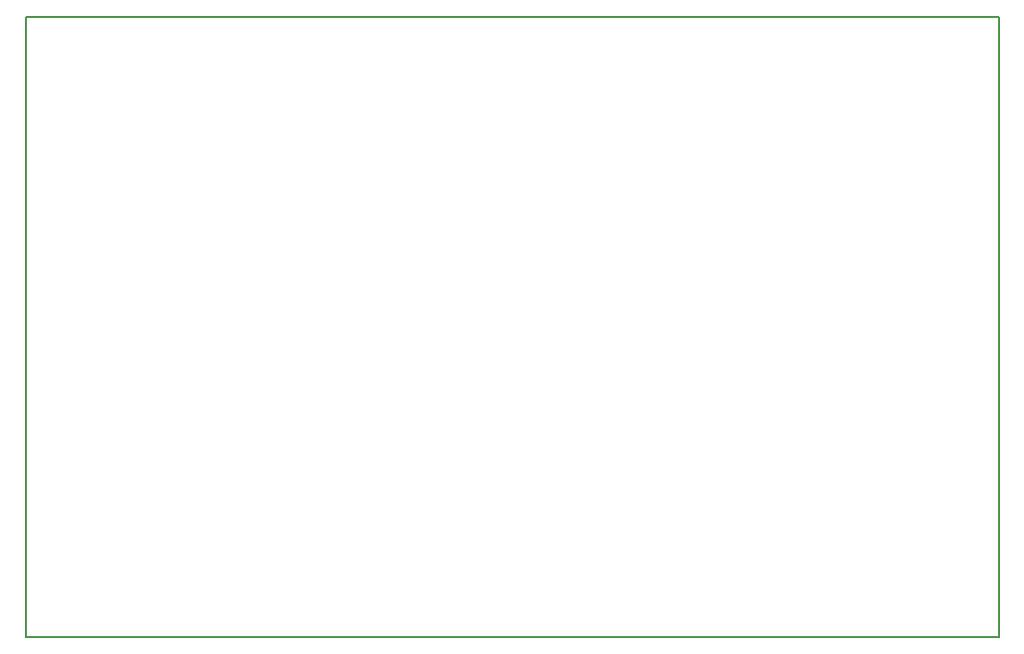
<source format=gm1>
G04 #@! TF.GenerationSoftware,KiCad,Pcbnew,5.0.2-bee76a0~70~ubuntu18.10.1*
G04 #@! TF.CreationDate,2019-04-28T23:28:47+02:00*
G04 #@! TF.ProjectId,carte_RouleMaPoule,63617274-655f-4526-9f75-6c654d61506f,A*
G04 #@! TF.SameCoordinates,Original*
G04 #@! TF.FileFunction,Profile,NP*
%FSLAX46Y46*%
G04 Gerber Fmt 4.6, Leading zero omitted, Abs format (unit mm)*
G04 Created by KiCad (PCBNEW 5.0.2-bee76a0~70~ubuntu18.10.1) date dim. 28 avril 2019 23:28:47 CEST*
%MOMM*%
%LPD*%
G01*
G04 APERTURE LIST*
%ADD10C,0.200000*%
G04 APERTURE END LIST*
D10*
X69215000Y-136525000D02*
X69215000Y-83820000D01*
X151765000Y-136525000D02*
X69215000Y-136525000D01*
X151765000Y-83820000D02*
X151765000Y-136525000D01*
X69215000Y-83820000D02*
X151765000Y-83820000D01*
M02*

</source>
